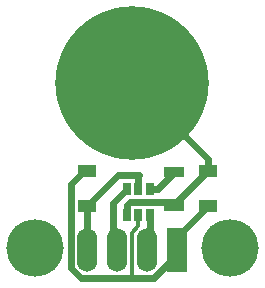
<source format=gtl>
G04 #@! TF.GenerationSoftware,KiCad,Pcbnew,5.0.2-bee76a0~70~ubuntu18.04.1*
G04 #@! TF.CreationDate,2019-03-09T17:40:24+01:00*
G04 #@! TF.ProjectId,touchsense7,746f7563-6873-4656-9e73-65372e6b6963,0_1*
G04 #@! TF.SameCoordinates,Original*
G04 #@! TF.FileFunction,Copper,L1,Top*
G04 #@! TF.FilePolarity,Positive*
%FSLAX46Y46*%
G04 Gerber Fmt 4.6, Leading zero omitted, Abs format (unit mm)*
G04 Created by KiCad (PCBNEW 5.0.2-bee76a0~70~ubuntu18.04.1) date 2019-03-09T17:40:24 CET*
%MOMM*%
%LPD*%
G01*
G04 APERTURE LIST*
G04 #@! TA.AperFunction,ComponentPad*
%ADD10C,4.850000*%
G04 #@! TD*
G04 #@! TA.AperFunction,SMDPad,CuDef*
%ADD11R,1.600000X1.000000*%
G04 #@! TD*
G04 #@! TA.AperFunction,SMDPad,CuDef*
%ADD12R,1.700000X0.900000*%
G04 #@! TD*
G04 #@! TA.AperFunction,SMDPad,CuDef*
%ADD13R,0.650000X1.060000*%
G04 #@! TD*
G04 #@! TA.AperFunction,ComponentPad*
%ADD14R,1.727200X3.700000*%
G04 #@! TD*
G04 #@! TA.AperFunction,ComponentPad*
%ADD15O,1.727200X3.700000*%
G04 #@! TD*
G04 #@! TA.AperFunction,ComponentPad*
%ADD16C,13.000000*%
G04 #@! TD*
G04 #@! TA.AperFunction,Conductor*
%ADD17C,0.600000*%
G04 #@! TD*
G04 #@! TA.AperFunction,Conductor*
%ADD18C,0.350000*%
G04 #@! TD*
G04 APERTURE END LIST*
D10*
G04 #@! TO.P,S1,1*
G04 #@! TO.N,N/C*
X29845000Y-43180000D03*
G04 #@! TD*
D11*
G04 #@! TO.P,C1,1*
G04 #@! TO.N,Net-(C1-Pad1)*
X44513500Y-36600000D03*
G04 #@! TO.P,C1,2*
G04 #@! TO.N,GND*
X44513500Y-39600000D03*
G04 #@! TD*
G04 #@! TO.P,C2,1*
G04 #@! TO.N,VCC*
X34290000Y-39600000D03*
G04 #@! TO.P,C2,2*
G04 #@! TO.N,GND*
X34290000Y-36600000D03*
G04 #@! TD*
D12*
G04 #@! TO.P,R1,1*
G04 #@! TO.N,Net-(C1-Pad1)*
X41656000Y-39613500D03*
G04 #@! TO.P,R1,2*
G04 #@! TO.N,Net-(R1-Pad2)*
X41656000Y-36713500D03*
G04 #@! TD*
D13*
G04 #@! TO.P,U1,1*
G04 #@! TO.N,Net-(C1-Pad1)*
X37658000Y-40343000D03*
G04 #@! TO.P,U1,2*
G04 #@! TO.N,GND*
X38608000Y-40343000D03*
G04 #@! TO.P,U1,3*
G04 #@! TO.N,Net-(P1-Pad2)*
X39558000Y-40343000D03*
G04 #@! TO.P,U1,4*
G04 #@! TO.N,Net-(R1-Pad2)*
X39558000Y-38143000D03*
G04 #@! TO.P,U1,6*
G04 #@! TO.N,Net-(P1-Pad3)*
X37658000Y-38143000D03*
G04 #@! TO.P,U1,5*
G04 #@! TO.N,VCC*
X38608000Y-38143000D03*
G04 #@! TD*
D10*
G04 #@! TO.P,S1,1*
G04 #@! TO.N,N/C*
X46355000Y-43180000D03*
G04 #@! TD*
D14*
G04 #@! TO.P,P1,1*
G04 #@! TO.N,GND*
X41910000Y-43315000D03*
D15*
G04 #@! TO.P,P1,2*
G04 #@! TO.N,Net-(P1-Pad2)*
X39370000Y-43315000D03*
G04 #@! TO.P,P1,3*
G04 #@! TO.N,Net-(P1-Pad3)*
X36830000Y-43315000D03*
G04 #@! TO.P,P1,4*
G04 #@! TO.N,VCC*
X34290000Y-43315000D03*
G04 #@! TD*
D16*
G04 #@! TO.P,P2,1*
G04 #@! TO.N,Net-(C1-Pad1)*
X38100000Y-29210000D03*
G04 #@! TD*
D17*
G04 #@! TO.N,Net-(C1-Pad1)*
X44513500Y-36600000D02*
X44513500Y-35623500D01*
X44513500Y-35623500D02*
X38100000Y-29210000D01*
X41656000Y-39613500D02*
X41656000Y-39457500D01*
X41656000Y-39457500D02*
X44513500Y-36600000D01*
X41697780Y-39260780D02*
X41973500Y-39536500D01*
X37635000Y-39479598D02*
X37853818Y-39260780D01*
X37853818Y-39260780D02*
X41697780Y-39260780D01*
X37635000Y-40320000D02*
X37635000Y-39479598D01*
G04 #@! TO.N,GND*
X41910000Y-42203500D02*
X44513500Y-39600000D01*
X41910000Y-43315000D02*
X41910000Y-42203500D01*
X33990000Y-36600000D02*
X34290000Y-36600000D01*
X32890000Y-37700000D02*
X33990000Y-36600000D01*
X32890000Y-44829835D02*
X32890000Y-37700000D01*
X33725175Y-45665010D02*
X32890000Y-44829835D01*
X41910000Y-43689835D02*
X39934825Y-45665010D01*
X41910000Y-43315000D02*
X41910000Y-43689835D01*
D18*
X38095000Y-41851941D02*
X38095000Y-45665010D01*
X38608000Y-41338941D02*
X38095000Y-41851941D01*
X38608000Y-40343000D02*
X38608000Y-41338941D01*
D17*
X39934825Y-45665010D02*
X38095000Y-45665010D01*
X38095000Y-45665010D02*
X33725175Y-45665010D01*
G04 #@! TO.N,VCC*
X34290000Y-43815000D02*
X34290000Y-39600000D01*
X38608000Y-37013000D02*
X38613080Y-37007920D01*
X38608000Y-38143000D02*
X38608000Y-37013000D01*
X36882080Y-37007920D02*
X34290000Y-39600000D01*
X38613080Y-37007920D02*
X36882080Y-37007920D01*
G04 #@! TO.N,Net-(P1-Pad2)*
X39560500Y-42799000D02*
X39558000Y-40343000D01*
G04 #@! TO.N,Net-(P1-Pad3)*
X37658000Y-38143000D02*
X36465000Y-39336000D01*
X36465000Y-43450000D02*
X36830000Y-43815000D01*
X36465000Y-39336000D02*
X36465000Y-43450000D01*
G04 #@! TO.N,Net-(R1-Pad2)*
X39558000Y-38143000D02*
X40290000Y-38143000D01*
X40290000Y-38143000D02*
X41656000Y-36713500D01*
G04 #@! TD*
M02*

</source>
